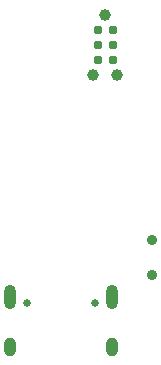
<source format=gbr>
%TF.GenerationSoftware,KiCad,Pcbnew,8.0.9-8.0.9-0~ubuntu20.04.1*%
%TF.CreationDate,2025-06-13T22:30:41+01:00*%
%TF.ProjectId,ch32-breakout,63683332-2d62-4726-9561-6b6f75742e6b,rev?*%
%TF.SameCoordinates,Original*%
%TF.FileFunction,Soldermask,Bot*%
%TF.FilePolarity,Negative*%
%FSLAX46Y46*%
G04 Gerber Fmt 4.6, Leading zero omitted, Abs format (unit mm)*
G04 Created by KiCad (PCBNEW 8.0.9-8.0.9-0~ubuntu20.04.1) date 2025-06-13 22:30:41*
%MOMM*%
%LPD*%
G01*
G04 APERTURE LIST*
%ADD10C,0.900000*%
%ADD11C,0.650000*%
%ADD12O,1.000000X2.100000*%
%ADD13O,1.000000X1.600000*%
%ADD14C,0.990600*%
%ADD15C,0.787400*%
G04 APERTURE END LIST*
D10*
%TO.C,S1*%
X96750000Y-86000000D03*
X96750000Y-89000000D03*
%TD*%
D11*
%TO.C,J2*%
X86110000Y-91395000D03*
X91890000Y-91395000D03*
D12*
X84680000Y-90895000D03*
D13*
X84680000Y-95075000D03*
D12*
X93320000Y-90895000D03*
D13*
X93320000Y-95075000D03*
%TD*%
D14*
%TO.C,J1*%
X92766000Y-66960000D03*
X93782000Y-72040000D03*
X91750000Y-72040000D03*
D15*
X93401000Y-68230000D03*
X92131000Y-68230000D03*
X93401000Y-69500000D03*
X92131000Y-69500000D03*
X93401000Y-70770000D03*
X92131000Y-70770000D03*
%TD*%
M02*

</source>
